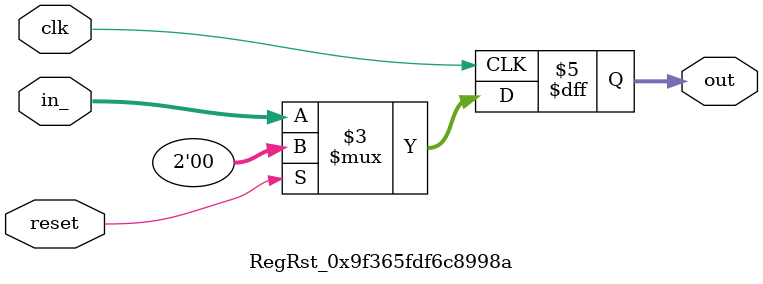
<source format=v>
module RegRst_0x9f365fdf6c8998a
(
  input  wire [   0:0] clk,
  input  wire [   1:0] in_,
  output reg  [   1:0] out,
  input  wire [   0:0] reset
);

  // localparam declarations
  localparam reset_value = 0;



  // PYMTL SOURCE:
  //
  // @s.posedge_clk
  // def seq_logic():
  //       if s.reset:
  //         s.out.next = reset_value
  //       else:
  //         s.out.next = s.in_

  // logic for seq_logic()
  always @ (posedge clk) begin
    if (reset) begin
      out <= reset_value;
    end
    else begin
      out <= in_;
    end
  end


endmodule
</source>
